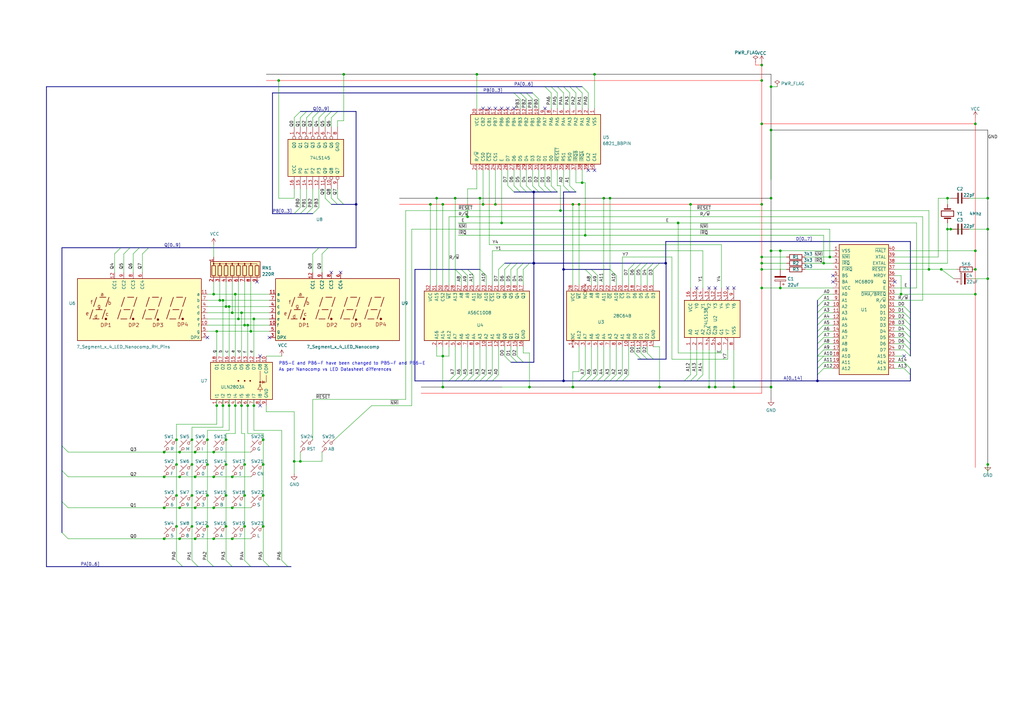
<source format=kicad_sch>
(kicad_sch (version 20211123) (generator eeschema)
  (paper "A3")
  (title_block (title "Nanocomp 6809 (Wireless World July 1981)") (date "2022-06-08") (rev "1.00") (company "Breadboarding Labs"))
  (junction (at 181.61 83.82))
  (junction (at 300.99 158.75))
  (junction (at 91.44 166.37))
  (junction (at 99.06 128.27))
  (junction (at 312.42 107.95))
  (junction (at 229.87 86.36))
  (junction (at 85.09 203.2))
  (junction (at 104.14 166.37))
  (junction (at 381 110.49))
  (junction (at 107.95 215.9))
  (junction (at 88.9 135.89))
  (junction (at 231.14 110.49))
  (junction (at 405.13 81.28))
  (junction (at 218.9165 107.95))
  (junction (at 73.66 208.28))
  (junction (at 92.71 215.9))
  (junction (at 95.25 208.28))
  (junction (at 320.04 102.87))
  (junction (at 400.05 110.49))
  (junction (at 73.66 185.42))
  (junction (at 99.06 166.37))
  (junction (at 140.97 30.48))
  (junction (at 283.21 83.82))
  (junction (at 218.9474 107.95))
  (junction (at 278.13 91.44))
  (junction (at 78.74 215.9))
  (junction (at 72.39 190.5))
  (junction (at 195.58 30.48))
  (junction (at 67.31 220.98))
  (junction (at 107.95 203.2))
  (junction (at 92.71 125.73))
  (junction (at 270.51 158.75))
  (junction (at 316.23 158.75))
  (junction (at 312.42 50.8))
  (junction (at 181.61 158.75))
  (junction (at 316.23 102.87))
  (junction (at 72.39 203.2))
  (junction (at 78.74 190.5))
  (junction (at 78.74 180.34))
  (junction (at 388.62 93.98))
  (junction (at 250.19 81.28))
  (junction (at 400.05 50.8))
  (junction (at 100.33 215.9))
  (junction (at 218.9165 78.74))
  (junction (at 67.31 195.58))
  (junction (at 95.25 128.27))
  (junction (at 73.66 195.58))
  (junction (at 85.09 180.34))
  (junction (at 181.61 146.05))
  (junction (at 316.23 81.28))
  (junction (at 400.05 120.65))
  (junction (at 186.69 81.28))
  (junction (at 386.08 110.49))
  (junction (at 273.05 107.95))
  (junction (at 67.31 208.28))
  (junction (at 92.71 180.34))
  (junction (at 312.42 105.41))
  (junction (at 405.13 93.98))
  (junction (at 80.01 185.42))
  (junction (at 388.62 81.28))
  (junction (at 72.39 215.9))
  (junction (at 93.98 125.73))
  (junction (at 146.05 83.82))
  (junction (at 85.09 190.5))
  (junction (at 400.05 102.87))
  (junction (at 85.09 215.9))
  (junction (at 312.42 26.67))
  (junction (at 102.87 135.89))
  (junction (at 87.63 195.58))
  (junction (at 97.79 130.81))
  (junction (at 369.57 120.65))
  (junction (at 87.63 185.42))
  (junction (at 243.84 30.48))
  (junction (at 100.33 203.2))
  (junction (at 95.25 195.58))
  (junction (at 176.53 83.82))
  (junction (at 72.39 180.34))
  (junction (at 191.77 88.9))
  (junction (at 80.01 220.98))
  (junction (at 93.98 166.37))
  (junction (at 104.14 130.81))
  (junction (at 198.12 83.82))
  (junction (at 340.36 105.41))
  (junction (at 238.76 74.93))
  (junction (at 405.13 190.5))
  (junction (at 78.74 203.2))
  (junction (at 87.63 220.98))
  (junction (at 337.82 107.95))
  (junction (at 196.85 81.28))
  (junction (at 240.03 96.52))
  (junction (at 290.83 158.75))
  (junction (at 101.6 133.35))
  (junction (at 316.23 53.34))
  (junction (at 234.95 158.75))
  (junction (at 405.13 114.3))
  (junction (at 217.17 158.75))
  (junction (at 92.71 190.5))
  (junction (at 316.23 35.56))
  (junction (at 123.19 189.23))
  (junction (at 95.25 220.98))
  (junction (at 389.89 93.98))
  (junction (at 237.49 83.82))
  (junction (at 231.14 156.21))
  (junction (at 203.2 83.82))
  (junction (at 96.52 120.65))
  (junction (at 107.95 190.5))
  (junction (at 96.52 166.37))
  (junction (at 88.9 166.37))
  (junction (at 80.01 195.58))
  (junction (at 87.63 208.28))
  (junction (at 312.42 110.49))
  (junction (at 205.74 91.44))
  (junction (at 100.33 133.35))
  (junction (at 67.31 185.42))
  (junction (at 312.42 33.02))
  (junction (at 120.65 189.23))
  (junction (at 92.71 203.2))
  (junction (at 80.01 208.28))
  (junction (at 320.04 118.11))
  (junction (at 247.65 81.28))
  (junction (at 312.42 118.11))
  (junction (at 100.33 190.5))
  (junction (at 234.95 83.82))
  (junction (at 335.28 156.21))
  (junction (at 101.6 166.37))
  (junction (at 312.42 83.82))
  (junction (at 293.37 158.75))
  (junction (at 87.63 120.65))
  (junction (at 107.95 180.34))
  (junction (at 91.44 123.19))
  (junction (at 179.07 81.28))
  (junction (at 114.3 33.02))
  (junction (at 90.17 123.19))
  (junction (at 73.66 220.98))
  (no_connect (at 105.41 115.57))
  (no_connect (at 139.7 111.76))
  (no_connect (at 341.63 115.57))
  (no_connect (at 341.63 113.03))
  (no_connect (at 290.83 118.11))
  (no_connect (at 285.75 118.11))
  (no_connect (at 300.99 118.11))
  (no_connect (at 298.45 118.11))
  (no_connect (at 293.37 118.11))
  (no_connect (at 198.12 44.45))
  (no_connect (at 200.66 44.45))
  (no_connect (at 203.2 44.45))
  (no_connect (at 208.28 44.45))
  (no_connect (at 205.74 44.45))
  (no_connect (at 210.82 44.45))
  (no_connect (at 223.52 44.45))
  (no_connect (at 243.84 69.85))
  (no_connect (at 241.3 69.85))
  (no_connect (at 370.84 146.05))
  (no_connect (at 106.68 166.37))
  (no_connect (at 110.49 138.43))
  (no_connect (at 135.89 111.76))
  (no_connect (at 367.03 115.57))
  (no_connect (at 106.68 146.05))
  (no_connect (at 85.09 138.43))
  (bus_entry (at 25.4 218.44) (size 2.54 2.54))
  (bus_entry (at 25.4 182.88) (size 2.54 2.54))
  (bus_entry (at 25.4 193.04) (size 2.54 2.54))
  (bus_entry (at 25.4 205.74) (size 2.54 2.54))
  (bus_entry (at 81.28 232.41) (size -2.54 -2.54))
  (bus_entry (at 133.35 81.28) (size 2.54 2.54))
  (bus_entry (at 135.89 81.28) (size 2.54 2.54))
  (bus_entry (at 138.43 81.28) (size 2.54 2.54))
  (bus_entry (at 370.84 135.89) (size 2.54 2.54))
  (bus_entry (at 370.84 128.27) (size 2.54 2.54))
  (bus_entry (at 241.3 38.1) (size -2.54 -2.54))
  (bus_entry (at 238.76 38.1) (size -2.54 -2.54))
  (bus_entry (at 236.22 38.1) (size -2.54 -2.54))
  (bus_entry (at 233.68 38.1) (size -2.54 -2.54))
  (bus_entry (at 231.14 38.1) (size -2.54 -2.54))
  (bus_entry (at 228.6 38.1) (size -2.54 -2.54))
  (bus_entry (at 226.06 38.1) (size -2.54 -2.54))
  (bus_entry (at 335.28 133.35) (size 2.54 -2.54))
  (bus_entry (at 335.28 128.27) (size 2.54 -2.54))
  (bus_entry (at 95.25 232.41) (size -2.54 -2.54))
  (bus_entry (at 283.21 156.21) (size 2.54 -2.54))
  (bus_entry (at 280.67 156.21) (size 2.54 -2.54))
  (bus_entry (at 370.84 130.81) (size 2.54 2.54))
  (bus_entry (at 335.28 140.97) (size 2.54 -2.54))
  (bus_entry (at 194.31 113.03) (size -2.54 -2.54))
  (bus_entry (at 118.11 232.41) (size -2.54 -2.54))
  (bus_entry (at 335.28 151.13) (size 2.54 -2.54))
  (bus_entry (at 370.84 143.51) (size 2.54 2.54))
  (bus_entry (at 128.27 87.63) (size 2.54 -2.54))
  (bus_entry (at 370.84 138.43) (size 2.54 2.54))
  (bus_entry (at 74.93 232.41) (size -2.54 -2.54))
  (bus_entry (at 199.39 113.03) (size -2.54 -2.54))
  (bus_entry (at 191.77 113.03) (size -2.54 -2.54))
  (bus_entry (at 213.36 40.64) (size -2.54 -2.54))
  (bus_entry (at 215.9 40.64) (size -2.54 -2.54))
  (bus_entry (at 218.44 40.64) (size -2.54 -2.54))
  (bus_entry (at 220.98 40.64) (size -2.54 -2.54))
  (bus_entry (at 335.28 146.05) (size 2.54 -2.54))
  (bus_entry (at 189.23 113.03) (size -2.54 -2.54))
  (bus_entry (at 46.99 104.14) (size 2.54 -2.54))
  (bus_entry (at 58.42 104.14) (size 2.54 -2.54))
  (bus_entry (at 50.8 104.14) (size 2.54 -2.54))
  (bus_entry (at 54.61 104.14) (size 2.54 -2.54))
  (bus_entry (at 128.27 104.14) (size 2.54 -2.54))
  (bus_entry (at 132.08 104.14) (size 2.54 -2.54))
  (bus_entry (at 335.28 138.43) (size 2.54 -2.54))
  (bus_entry (at 370.84 148.59) (size 2.54 2.54))
  (bus_entry (at 370.84 151.13) (size 2.54 2.54))
  (bus_entry (at 87.63 232.41) (size -2.54 -2.54))
  (bus_entry (at 370.84 133.35) (size 2.54 2.54))
  (bus_entry (at 257.81 153.67) (size -2.54 2.54))
  (bus_entry (at 125.73 87.63) (size 2.54 -2.54))
  (bus_entry (at 335.28 135.89) (size 2.54 -2.54))
  (bus_entry (at 120.65 48.26) (size 2.54 -2.54))
  (bus_entry (at 123.19 48.26) (size 2.54 -2.54))
  (bus_entry (at 135.89 48.26) (size 2.54 -2.54))
  (bus_entry (at 133.35 48.26) (size 2.54 -2.54))
  (bus_entry (at 125.73 48.26) (size 2.54 -2.54))
  (bus_entry (at 128.27 48.26) (size 2.54 -2.54))
  (bus_entry (at 130.81 48.26) (size 2.54 -2.54))
  (bus_entry (at 242.57 110.49) (size 2.54 2.54))
  (bus_entry (at 250.19 110.49) (size 2.54 2.54))
  (bus_entry (at 240.03 110.49) (size 2.54 2.54))
  (bus_entry (at 120.65 87.63) (size 2.54 -2.54))
  (bus_entry (at 204.47 110.49) (size 2.54 -2.54))
  (bus_entry (at 207.01 110.49) (size 2.54 -2.54))
  (bus_entry (at 214.63 110.49) (size 2.54 -2.54))
  (bus_entry (at 209.55 110.49) (size 2.54 -2.54))
  (bus_entry (at 212.09 110.49) (size 2.54 -2.54))
  (bus_entry (at 194.31 153.67) (size -2.54 2.54))
  (bus_entry (at 191.77 153.67) (size -2.54 2.54))
  (bus_entry (at 189.23 153.67) (size -2.54 2.54))
  (bus_entry (at 186.69 153.67) (size -2.54 2.54))
  (bus_entry (at 199.39 153.67) (size -2.54 2.54))
  (bus_entry (at 196.85 153.67) (size -2.54 2.54))
  (bus_entry (at 201.93 153.67) (size -2.54 2.54))
  (bus_entry (at 214.63 148.59) (size -2.54 -2.54))
  (bus_entry (at 209.55 148.59) (size -2.54 -2.54))
  (bus_entry (at 212.09 148.59) (size -2.54 -2.54))
  (bus_entry (at 335.28 130.81) (size 2.54 -2.54))
  (bus_entry (at 262.89 110.49) (size 2.54 -2.54))
  (bus_entry (at 257.81 110.49) (size 2.54 -2.54))
  (bus_entry (at 260.35 110.49) (size 2.54 -2.54))
  (bus_entry (at 265.43 110.49) (size 2.54 -2.54))
  (bus_entry (at 267.97 110.49) (size 2.54 -2.54))
  (bus_entry (at 370.84 125.73) (size 2.54 2.54))
  (bus_entry (at 102.87 232.41) (size -2.54 -2.54))
  (bus_entry (at 123.19 87.63) (size 2.54 -2.54))
  (bus_entry (at 110.49 232.41) (size -2.54 -2.54))
  (bus_entry (at 335.28 153.67) (size 2.54 -2.54))
  (bus_entry (at 370.84 140.97) (size 2.54 2.54))
  (bus_entry (at 335.28 123.19) (size 2.54 -2.54))
  (bus_entry (at 335.28 125.73) (size 2.54 -2.54))
  (bus_entry (at 204.47 153.67) (size -2.54 2.54))
  (bus_entry (at 285.75 156.21) (size 2.54 -2.54))
  (bus_entry (at 245.11 156.21) (size 2.54 -2.54))
  (bus_entry (at 242.57 156.21) (size 2.54 -2.54))
  (bus_entry (at 240.03 156.21) (size 2.54 -2.54))
  (bus_entry (at 247.65 156.21) (size 2.54 -2.54))
  (bus_entry (at 265.43 147.32) (size -2.54 -2.54))
  (bus_entry (at 252.73 156.21) (size 2.54 -2.54))
  (bus_entry (at 250.19 156.21) (size 2.54 -2.54))
  (bus_entry (at 262.89 147.32) (size -2.54 -2.54))
  (bus_entry (at 237.49 156.21) (size 2.54 -2.54))
  (bus_entry (at 267.97 147.32) (size -2.54 -2.54))
  (bus_entry (at 233.68 76.2) (size 2.54 2.54))
  (bus_entry (at 231.14 76.2) (size 2.54 2.54))
  (bus_entry (at 335.28 148.59) (size 2.54 -2.54))
  (bus_entry (at 335.28 143.51) (size 2.54 -2.54))
  (bus_entry (at 226.06 76.2) (size 2.54 2.54))
  (bus_entry (at 220.98 76.2) (size 2.54 2.54))
  (bus_entry (at 223.52 76.2) (size 2.54 2.54))
  (bus_entry (at 218.44 76.2) (size 2.54 2.54))
  (bus_entry (at 215.9 76.2) (size 2.54 2.54))
  (bus_entry (at 213.36 76.2) (size 2.54 2.54))
  (bus_entry (at 210.82 76.2) (size 2.54 2.54))
  (bus_entry (at 208.28 76.2) (size 2.54 2.54))
  (bus (pts (xy 262.89 107.95) (xy 265.43 107.95)))
  (wire (pts (xy 300.99 143.51) (xy 300.99 158.75)))
  (wire (pts (xy 181.61 142.24) (xy 181.61 146.05)))
  (wire (pts (xy 140.97 30.48) (xy 195.58 30.48)) (stroke (width 0) (color 0 0 0 1)))
  (wire (pts (xy 186.69 110.49) (xy 186.69 81.28)))
  (wire (pts (xy 99.06 163.83) (xy 99.06 166.37)))
  (wire (pts (xy 400.05 110.49) (xy 400.05 120.65)) (stroke (width 0) (color 255 0 0 1)))
  (wire (pts (xy 270.51 142.24) (xy 270.51 158.75)))
  (wire (pts (xy 123.19 52.07) (xy 123.19 48.26)))
  (bus (pts (xy 242.57 110.49) (xy 250.19 110.49)))
  (bus (pts (xy 335.28 153.67) (xy 335.28 156.21)))
  (wire (pts (xy 316.23 158.75) (xy 316.23 163.83)) (stroke (width 0) (color 0 0 0 1)))
  (bus (pts (xy 120.65 87.63) (xy 123.19 87.63)))
  (wire (pts (xy 135.89 81.28) (xy 135.89 77.47)))
  (bus (pts (xy 335.28 143.51) (xy 335.28 146.05)))
  (bus (pts (xy 135.89 83.82) (xy 138.43 83.82)))
  (wire (pts (xy 288.29 102.87) (xy 288.29 118.11)))
  (bus (pts (xy 218.44 38.1) (xy 215.9 38.1)))
  (wire (pts (xy 179.07 146.05) (xy 181.61 146.05)))
  (wire (pts (xy 181.61 158.75) (xy 205.74 158.75)) (stroke (width 0) (color 0 0 0 1)))
  (wire (pts (xy 312.42 33.02) (xy 312.42 50.8)) (stroke (width 0) (color 255 0 0 1)))
  (wire (pts (xy 168.91 166.37) (xy 152.4 166.37)))
  (wire (pts (xy 54.61 104.14) (xy 54.61 111.76)))
  (wire (pts (xy 255.27 142.24) (xy 255.27 153.67)))
  (bus (pts (xy 245.11 156.21) (xy 247.65 156.21)))
  (wire (pts (xy 229.87 76.2) (xy 229.87 86.36)))
  (wire (pts (xy 290.83 143.51) (xy 290.83 158.75)))
  (bus (pts (xy 373.38 153.67) (xy 373.38 156.21)))
  (wire (pts (xy 132.08 185.42) (xy 132.08 189.23)))
  (wire (pts (xy 152.4 166.37) (xy 137.16 180.34)))
  (wire (pts (xy 102.87 115.57) (xy 102.87 135.89)))
  (wire (pts (xy 293.37 158.75) (xy 300.99 158.75)) (stroke (width 0) (color 0 0 0 1)))
  (wire (pts (xy 100.33 177.8) (xy 100.33 190.5)))
  (wire (pts (xy 92.71 203.2) (xy 92.71 215.9)))
  (wire (pts (xy 72.39 173.99) (xy 88.9 173.99)))
  (wire (pts (xy 367.03 105.41) (xy 384.81 105.41)))
  (bus (pts (xy 335.28 138.43) (xy 335.28 140.97)))
  (wire (pts (xy 138.43 81.28) (xy 138.43 77.47)))
  (wire (pts (xy 341.63 125.73) (xy 337.82 125.73)))
  (wire (pts (xy 96.52 163.83) (xy 96.52 166.37)))
  (wire (pts (xy 163.83 81.28) (xy 179.07 81.28)) (stroke (width 0) (color 0 0 0 1)))
  (wire (pts (xy 240.03 96.52) (xy 337.82 96.52)))
  (wire (pts (xy 295.91 143.51) (xy 295.91 144.78)))
  (wire (pts (xy 88.9 146.05) (xy 88.9 135.89)))
  (wire (pts (xy 226.06 38.1) (xy 226.06 44.45)))
  (bus (pts (xy 273.1901 107.95) (xy 273.1901 147.32)))
  (bus (pts (xy 212.09 107.95) (xy 214.63 107.95)))
  (wire (pts (xy 229.87 76.2) (xy 228.6 76.2)))
  (wire (pts (xy 96.52 166.37) (xy 96.52 177.8)))
  (wire (pts (xy 236.22 38.1) (xy 236.22 44.45)))
  (wire (pts (xy 341.63 130.81) (xy 337.82 130.81)))
  (wire (pts (xy 233.68 69.85) (xy 233.68 76.2)))
  (bus (pts (xy 111.76 38.1) (xy 111.76 87.63)))
  (wire (pts (xy 128.27 77.47) (xy 128.27 85.09)))
  (wire (pts (xy 172.72 161.29) (xy 312.42 161.29)) (stroke (width 0) (color 255 0 0 1)))
  (wire (pts (xy 46.99 104.14) (xy 46.99 111.76)))
  (bus (pts (xy 236.22 35.56) (xy 233.68 35.56)))
  (wire (pts (xy 92.71 190.5) (xy 92.71 203.2)))
  (wire (pts (xy 316.23 53.34) (xy 316.23 81.28)) (stroke (width 0) (color 0 0 0 1)))
  (wire (pts (xy 120.65 52.07) (xy 120.65 48.26)))
  (wire (pts (xy 341.63 143.51) (xy 337.82 143.51)))
  (wire (pts (xy 93.98 146.05) (xy 93.98 125.73)))
  (wire (pts (xy 198.12 69.85) (xy 198.12 83.82)))
  (wire (pts (xy 100.33 190.5) (xy 100.33 203.2)))
  (bus (pts (xy 194.31 156.21) (xy 196.85 156.21)))
  (wire (pts (xy 245.11 113.03) (xy 245.11 116.84)))
  (wire (pts (xy 215.9 69.85) (xy 215.9 76.2)))
  (bus (pts (xy 189.23 110.49) (xy 186.69 110.49)))
  (wire (pts (xy 367.03 107.95) (xy 388.62 107.95)))
  (bus (pts (xy 25.4 193.04) (xy 25.4 205.74)))
  (wire (pts (xy 80.01 208.28) (xy 87.63 208.28)))
  (wire (pts (xy 92.71 215.9) (xy 92.71 229.87)))
  (wire (pts (xy 114.3 33.02) (xy 312.42 33.02)) (stroke (width 0) (color 255 0 0 1)))
  (wire (pts (xy 238.76 74.93) (xy 238.76 69.85)))
  (wire (pts (xy 270.51 142.24) (xy 267.97 142.24)))
  (wire (pts (xy 228.6 76.2) (xy 228.6 69.85)))
  (wire (pts (xy 341.63 148.59) (xy 337.82 148.59)))
  (wire (pts (xy 257.81 110.49) (xy 257.81 116.84)))
  (wire (pts (xy 203.2 69.85) (xy 203.2 83.82)))
  (bus (pts (xy 231.14 35.56) (xy 228.6 35.56)))
  (wire (pts (xy 27.94 185.42) (xy 67.31 185.42)))
  (bus (pts (xy 373.38 135.89) (xy 373.38 138.43)))
  (wire (pts (xy 283.21 143.51) (xy 283.21 153.67)))
  (bus (pts (xy 218.44 78.74) (xy 218.9165 78.74)))
  (wire (pts (xy 100.33 133.35) (xy 101.6 133.35)))
  (bus (pts (xy 207.01 107.95) (xy 209.55 107.95)))
  (wire (pts (xy 199.39 142.24) (xy 199.39 153.67)))
  (bus (pts (xy 261.62 147.32) (xy 262.89 147.32)))
  (bus (pts (xy 217.17 107.95) (xy 218.9165 107.95)))
  (bus (pts (xy 335.28 123.19) (xy 335.28 125.73)))
  (wire (pts (xy 132.08 189.23) (xy 123.19 189.23)))
  (bus (pts (xy 255.27 156.21) (xy 280.67 156.21)))
  (wire (pts (xy 133.35 52.07) (xy 133.35 48.26)))
  (wire (pts (xy 341.63 151.13) (xy 337.82 151.13)))
  (wire (pts (xy 204.47 142.24) (xy 204.47 153.67)))
  (wire (pts (xy 95.25 115.57) (xy 95.25 128.27)))
  (bus (pts (xy 218.9474 107.95) (xy 218.9474 148.59)))
  (bus (pts (xy 373.38 128.27) (xy 373.38 99.06)))
  (wire (pts (xy 78.74 229.87) (xy 78.74 215.9)))
  (wire (pts (xy 330.2 105.41) (xy 340.36 105.41)))
  (wire (pts (xy 91.44 146.05) (xy 91.44 123.19)))
  (wire (pts (xy 104.14 130.81) (xy 110.49 130.81)))
  (wire (pts (xy 388.62 107.95) (xy 388.62 93.98)))
  (wire (pts (xy 367.03 138.43) (xy 370.84 138.43)))
  (bus (pts (xy 49.53 101.6) (xy 53.34 101.6)))
  (bus (pts (xy 260.35 107.95) (xy 262.89 107.95)))
  (bus (pts (xy 170.18 156.21) (xy 184.15 156.21)))
  (wire (pts (xy 400.05 50.8) (xy 400.05 102.87)) (stroke (width 0) (color 255 0 0 1)))
  (wire (pts (xy 312.42 50.8) (xy 400.05 50.8)) (stroke (width 0) (color 255 0 0 1)))
  (wire (pts (xy 85.09 190.5) (xy 85.09 203.2)))
  (wire (pts (xy 312.42 110.49) (xy 312.42 118.11)) (stroke (width 0) (color 255 0 0 1)))
  (wire (pts (xy 341.63 135.89) (xy 337.82 135.89)))
  (wire (pts (xy 316.23 30.48) (xy 316.23 35.56)) (stroke (width 0) (color 0 0 0 1)))
  (wire (pts (xy 229.87 86.36) (xy 381 86.36)))
  (wire (pts (xy 341.63 110.49) (xy 330.2 110.49)))
  (bus (pts (xy 213.36 38.1) (xy 210.82 38.1)))
  (wire (pts (xy 72.39 190.5) (xy 72.39 180.34)))
  (wire (pts (xy 184.15 88.9) (xy 184.15 116.84)))
  (wire (pts (xy 179.07 81.28) (xy 179.07 116.84)))
  (wire (pts (xy 80.01 220.98) (xy 87.63 220.98)))
  (wire (pts (xy 275.59 147.32) (xy 298.45 147.32)))
  (wire (pts (xy 367.03 143.51) (xy 370.84 143.51)))
  (wire (pts (xy 78.74 215.9) (xy 78.74 203.2)))
  (wire (pts (xy 288.29 143.51) (xy 288.29 153.67)))
  (wire (pts (xy 97.79 130.81) (xy 104.14 130.81)))
  (wire (pts (xy 184.15 146.05) (xy 181.61 146.05)))
  (wire (pts (xy 120.65 81.28) (xy 114.3 81.28)))
  (wire (pts (xy 205.74 91.44) (xy 205.74 69.85)))
  (wire (pts (xy 85.09 133.35) (xy 100.33 133.35)))
  (wire (pts (xy 367.03 130.81) (xy 370.84 130.81)))
  (bus (pts (xy 209.55 148.59) (xy 212.09 148.59)))
  (bus (pts (xy 146.05 45.72) (xy 146.05 83.82)))
  (bus (pts (xy 135.89 45.72) (xy 138.43 45.72)))
  (wire (pts (xy 316.23 53.34) (xy 316.23 73.66)))
  (bus (pts (xy 283.21 156.21) (xy 285.75 156.21)))
  (bus (pts (xy 81.28 232.41) (xy 87.63 232.41)))
  (wire (pts (xy 209.55 110.49) (xy 209.55 116.84)))
  (bus (pts (xy 335.28 151.13) (xy 335.28 153.67)))
  (wire (pts (xy 179.07 142.24) (xy 179.07 146.05)))
  (bus (pts (xy 373.38 151.13) (xy 373.38 153.67)))
  (bus (pts (xy 335.28 125.73) (xy 335.28 128.27)))
  (wire (pts (xy 133.35 81.28) (xy 133.35 77.47)))
  (bus (pts (xy 240.03 156.21) (xy 242.57 156.21)))
  (wire (pts (xy 262.89 142.24) (xy 262.89 144.78)))
  (wire (pts (xy 398.78 114.3) (xy 405.13 114.3)))
  (bus (pts (xy 214.63 107.95) (xy 217.17 107.95)))
  (wire (pts (xy 278.13 144.78) (xy 278.13 91.44)))
  (bus (pts (xy 201.93 156.21) (xy 231.14 156.21)))
  (wire (pts (xy 316.23 53.34) (xy 405.13 53.34)) (stroke (width 0) (color 0 0 0 1)))
  (wire (pts (xy 91.44 123.19) (xy 110.49 123.19)))
  (wire (pts (xy 405.13 93.98) (xy 405.13 114.3)) (stroke (width 0) (color 0 0 0 1)))
  (wire (pts (xy 205.74 158.75) (xy 217.17 158.75)))
  (wire (pts (xy 265.43 142.24) (xy 265.43 144.78)))
  (wire (pts (xy 204.47 110.49) (xy 204.47 116.84)))
  (bus (pts (xy 196.85 110.49) (xy 191.77 110.49)))
  (wire (pts (xy 96.52 146.05) (xy 96.52 120.65)))
  (wire (pts (xy 120.65 81.28) (xy 120.65 77.47)))
  (wire (pts (xy 125.73 52.07) (xy 125.73 48.26)))
  (wire (pts (xy 201.93 102.87) (xy 288.29 102.87)))
  (wire (pts (xy 237.49 83.82) (xy 237.49 116.84)))
  (wire (pts (xy 212.09 110.49) (xy 212.09 116.84)))
  (wire (pts (xy 367.03 120.65) (xy 369.57 120.65)))
  (bus (pts (xy 231.14 110.49) (xy 240.03 110.49)))
  (bus (pts (xy 128.27 45.72) (xy 130.81 45.72)))
  (wire (pts (xy 203.2 83.82) (xy 234.95 83.82)) (stroke (width 0) (color 255 0 0 1)))
  (bus (pts (xy 133.35 45.72) (xy 135.89 45.72)))
  (wire (pts (xy 200.66 100.33) (xy 295.91 100.33)))
  (wire (pts (xy 130.81 77.47) (xy 130.81 85.09)))
  (wire (pts (xy 226.06 69.85) (xy 226.06 76.2)))
  (wire (pts (xy 275.59 105.41) (xy 255.27 105.41)))
  (wire (pts (xy 181.61 83.82) (xy 181.61 116.84)))
  (wire (pts (xy 316.23 81.28) (xy 316.23 102.87)) (stroke (width 0) (color 0 0 0 1)))
  (wire (pts (xy 316.23 102.87) (xy 316.23 158.75)) (stroke (width 0) (color 0 0 0 1)))
  (wire (pts (xy 78.74 180.34) (xy 78.74 175.26)))
  (wire (pts (xy 80.01 185.42) (xy 87.63 185.42)))
  (bus (pts (xy 189.23 156.21) (xy 191.77 156.21)))
  (bus (pts (xy 138.43 83.82) (xy 140.97 83.82)))
  (bus (pts (xy 233.68 78.74) (xy 236.22 78.74)))
  (wire (pts (xy 67.31 220.98) (xy 73.66 220.98)))
  (wire (pts (xy 99.06 166.37) (xy 99.06 177.8)))
  (wire (pts (xy 201.93 142.24) (xy 201.93 153.67)))
  (bus (pts (xy 220.98 78.74) (xy 223.52 78.74)))
  (wire (pts (xy 384.81 81.28) (xy 388.62 81.28)))
  (wire (pts (xy 100.33 215.9) (xy 100.33 229.87)))
  (wire (pts (xy 109.22 30.48) (xy 140.97 30.48)) (stroke (width 0) (color 0 0 0 1)))
  (wire (pts (xy 120.65 189.23) (xy 120.65 194.31)))
  (bus (pts (xy 247.65 156.21) (xy 250.19 156.21)))
  (wire (pts (xy 95.25 220.98) (xy 102.87 220.98)))
  (wire (pts (xy 104.14 130.81) (xy 104.14 146.05)))
  (wire (pts (xy 123.19 185.42) (xy 123.19 189.23)))
  (wire (pts (xy 389.89 93.98) (xy 394.97 93.98)))
  (bus (pts (xy 231.14 110.49) (xy 231.14 78.74)))
  (wire (pts (xy 163.83 83.82) (xy 176.53 83.82)) (stroke (width 0) (color 255 0 0 1)))
  (wire (pts (xy 340.36 93.98) (xy 340.36 105.41)))
  (wire (pts (xy 95.25 195.58) (xy 102.87 195.58)))
  (wire (pts (xy 96.52 120.65) (xy 110.49 120.65)))
  (wire (pts (xy 298.45 143.51) (xy 298.45 147.32)))
  (wire (pts (xy 100.33 203.2) (xy 100.33 215.9)))
  (wire (pts (xy 91.44 166.37) (xy 91.44 175.26)))
  (wire (pts (xy 214.63 142.24) (xy 214.63 144.78)))
  (wire (pts (xy 283.21 83.82) (xy 312.42 83.82)) (stroke (width 0) (color 255 0 0 1)))
  (bus (pts (xy 252.73 156.21) (xy 255.27 156.21)))
  (wire (pts (xy 85.09 180.34) (xy 85.09 176.53)))
  (wire (pts (xy 179.07 81.28) (xy 186.69 81.28)) (stroke (width 0) (color 0 0 0 1)))
  (bus (pts (xy 25.4 182.88) (xy 25.4 193.04)))
  (wire (pts (xy 168.91 93.98) (xy 168.91 166.37)))
  (wire (pts (xy 335.28 146.05) (xy 337.82 146.05)))
  (wire (pts (xy 217.17 158.75) (xy 234.95 158.75)) (stroke (width 0) (color 0 0 0 1)))
  (wire (pts (xy 260.35 110.49) (xy 260.35 116.84)))
  (wire (pts (xy 92.71 177.8) (xy 92.71 180.34)))
  (wire (pts (xy 85.09 125.73) (xy 92.71 125.73)))
  (bus (pts (xy 373.38 99.06) (xy 273.05 99.06)))
  (wire (pts (xy 367.03 140.97) (xy 370.84 140.97)))
  (bus (pts (xy 102.87 232.41) (xy 110.49 232.41)))
  (bus (pts (xy 250.19 156.21) (xy 252.73 156.21)))
  (wire (pts (xy 231.14 69.85) (xy 231.14 76.2)))
  (wire (pts (xy 125.73 77.47) (xy 125.73 85.09)))
  (wire (pts (xy 220.98 69.85) (xy 220.98 76.2)))
  (wire (pts (xy 107.95 180.34) (xy 107.95 177.8)))
  (bus (pts (xy 265.43 107.95) (xy 267.97 107.95)))
  (wire (pts (xy 195.58 77.47) (xy 191.77 77.47)))
  (wire (pts (xy 316.23 35.56) (xy 316.23 53.34)) (stroke (width 0) (color 0 0 0 1)))
  (bus (pts (xy 335.28 148.59) (xy 335.28 151.13)))
  (wire (pts (xy 270.51 158.75) (xy 290.83 158.75)) (stroke (width 0) (color 0 0 0 1)))
  (wire (pts (xy 312.42 118.11) (xy 312.42 161.29)) (stroke (width 0) (color 255 0 0 1)))
  (wire (pts (xy 50.8 104.14) (xy 50.8 111.76)))
  (wire (pts (xy 195.58 30.48) (xy 243.84 30.48)) (stroke (width 0) (color 0 0 0 1)))
  (wire (pts (xy 337.82 107.95) (xy 341.63 107.95)))
  (bus (pts (xy 184.15 156.21) (xy 186.69 156.21)))
  (bus (pts (xy 238.76 35.56) (xy 236.22 35.56)))
  (wire (pts (xy 240.03 74.93) (xy 238.76 74.93)))
  (wire (pts (xy 392.43 110.49) (xy 386.08 110.49)))
  (wire (pts (xy 367.03 125.73) (xy 370.84 125.73)))
  (wire (pts (xy 95.25 208.28) (xy 102.87 208.28)))
  (wire (pts (xy 107.95 229.87) (xy 107.95 215.9)))
  (wire (pts (xy 337.82 146.05) (xy 341.63 146.05)))
  (wire (pts (xy 91.44 163.83) (xy 91.44 166.37)))
  (bus (pts (xy 95.25 232.41) (xy 102.87 232.41)))
  (wire (pts (xy 123.19 77.47) (xy 123.19 85.09)))
  (wire (pts (xy 318.77 35.56) (xy 316.23 35.56)))
  (wire (pts (xy 295.91 118.11) (xy 295.91 100.33)))
  (wire (pts (xy 191.77 142.24) (xy 191.77 153.67)))
  (bus (pts (xy 228.6 35.56) (xy 226.06 35.56)))
  (wire (pts (xy 275.59 147.32) (xy 275.59 105.41)))
  (wire (pts (xy 78.74 175.26) (xy 91.44 175.26)))
  (wire (pts (xy 72.39 215.9) (xy 72.39 229.87)))
  (wire (pts (xy 72.39 215.9) (xy 72.39 203.2)))
  (bus (pts (xy 237.49 156.21) (xy 240.03 156.21)))
  (wire (pts (xy 252.73 142.24) (xy 252.73 153.67)))
  (wire (pts (xy 231.14 38.1) (xy 231.14 44.45)))
  (wire (pts (xy 166.37 86.36) (xy 229.87 86.36)))
  (bus (pts (xy 146.05 83.82) (xy 146.05 101.6)))
  (wire (pts (xy 101.6 133.35) (xy 110.49 133.35)))
  (wire (pts (xy 195.58 44.45) (xy 195.58 30.48)))
  (wire (pts (xy 208.28 69.85) (xy 208.28 76.2)))
  (wire (pts (xy 267.97 110.49) (xy 267.97 116.84)))
  (wire (pts (xy 309.88 26.67) (xy 312.42 26.67)) (stroke (width 0) (color 255 0 0 1)))
  (wire (pts (xy 109.22 166.37) (xy 109.22 168.91)))
  (bus (pts (xy 134.62 101.6) (xy 146.05 101.6)))
  (wire (pts (xy 107.95 190.5) (xy 107.95 180.34)))
  (wire (pts (xy 176.53 83.82) (xy 181.61 83.82)) (stroke (width 0) (color 255 0 0 1)))
  (wire (pts (xy 107.95 215.9) (xy 107.95 203.2)))
  (wire (pts (xy 367.03 118.11) (xy 375.92 118.11)))
  (bus (pts (xy 186.69 156.21) (xy 189.23 156.21)))
  (wire (pts (xy 92.71 125.73) (xy 93.98 125.73)))
  (wire (pts (xy 247.65 81.28) (xy 250.19 81.28)) (stroke (width 0) (color 0 0 0 1)))
  (wire (pts (xy 337.82 107.95) (xy 337.82 96.52)))
  (wire (pts (xy 237.49 142.24) (xy 237.49 152.4)))
  (wire (pts (xy 388.62 93.98) (xy 389.89 93.98)))
  (bus (pts (xy 373.38 140.97) (xy 373.38 143.51)))
  (wire (pts (xy 92.71 180.34) (xy 92.71 190.5)))
  (wire (pts (xy 405.13 81.28) (xy 405.13 93.98)) (stroke (width 0) (color 0 0 0 1)))
  (bus (pts (xy 226.06 78.74) (xy 228.6 78.74)))
  (wire (pts (xy 128.27 52.07) (xy 128.27 48.26)))
  (wire (pts (xy 312.42 118.11) (xy 320.04 118.11)))
  (wire (pts (xy 367.03 113.03) (xy 369.57 113.03)))
  (wire (pts (xy 120.65 168.91) (xy 120.65 189.23)))
  (wire (pts (xy 312.42 50.8) (xy 312.42 83.82)) (stroke (width 0) (color 255 0 0 1)))
  (wire (pts (xy 87.63 220.98) (xy 95.25 220.98)))
  (bus (pts (xy 335.28 128.27) (xy 335.28 130.81)))
  (wire (pts (xy 205.74 91.44) (xy 278.13 91.44)))
  (wire (pts (xy 213.36 69.85) (xy 213.36 76.2)))
  (wire (pts (xy 300.99 158.75) (xy 316.23 158.75)) (stroke (width 0) (color 0 0 0 1)))
  (wire (pts (xy 341.63 138.43) (xy 337.82 138.43)))
  (wire (pts (xy 341.63 118.11) (xy 320.04 118.11)))
  (wire (pts (xy 191.77 113.03) (xy 191.77 116.84)))
  (wire (pts (xy 405.13 114.3) (xy 405.13 190.5)) (stroke (width 0) (color 0 0 0 1)))
  (wire (pts (xy 330.2 107.95) (xy 337.82 107.95)))
  (wire (pts (xy 234.95 152.4) (xy 234.95 158.75)))
  (wire (pts (xy 341.63 133.35) (xy 337.82 133.35)))
  (bus (pts (xy 223.52 78.74) (xy 226.06 78.74)))
  (wire (pts (xy 207.01 142.24) (xy 207.01 146.05)))
  (bus (pts (xy 125.73 45.72) (xy 128.27 45.72)))
  (wire (pts (xy 128.27 163.83) (xy 128.27 180.34)))
  (wire (pts (xy 27.94 208.28) (xy 67.31 208.28)))
  (wire (pts (xy 367.03 135.89) (xy 370.84 135.89)))
  (wire (pts (xy 312.42 110.49) (xy 322.58 110.49)))
  (wire (pts (xy 92.71 115.57) (xy 92.71 125.73)))
  (bus (pts (xy 373.38 130.81) (xy 373.38 133.35)))
  (wire (pts (xy 191.77 88.9) (xy 378.46 88.9)))
  (wire (pts (xy 194.31 113.03) (xy 194.31 116.84)))
  (bus (pts (xy 242.57 156.21) (xy 245.11 156.21)))
  (wire (pts (xy 223.52 69.85) (xy 223.52 76.2)))
  (wire (pts (xy 199.39 113.03) (xy 199.39 116.84)))
  (wire (pts (xy 138.43 49.53) (xy 140.97 49.53)))
  (bus (pts (xy 110.49 232.41) (xy 118.11 232.41)))
  (wire (pts (xy 293.37 143.51) (xy 293.37 158.75)))
  (wire (pts (xy 99.06 146.05) (xy 99.06 128.27)))
  (bus (pts (xy 265.43 147.32) (xy 267.97 147.32)))
  (wire (pts (xy 87.63 195.58) (xy 95.25 195.58)))
  (wire (pts (xy 384.81 81.28) (xy 384.81 105.41)))
  (wire (pts (xy 242.57 113.03) (xy 242.57 116.84)))
  (wire (pts (xy 93.98 163.83) (xy 93.98 166.37)))
  (bus (pts (xy 262.89 147.32) (xy 265.43 147.32)))
  (bus (pts (xy 125.73 87.63) (xy 128.27 87.63)))
  (wire (pts (xy 184.15 142.24) (xy 184.15 146.05)))
  (bus (pts (xy 335.28 156.21) (xy 373.38 156.21)))
  (bus (pts (xy 218.9165 107.95) (xy 218.9474 107.95)))
  (wire (pts (xy 115.57 176.53) (xy 115.57 229.87)))
  (wire (pts (xy 241.3 38.1) (xy 241.3 44.45)))
  (wire (pts (xy 186.69 81.28) (xy 196.85 81.28)) (stroke (width 0) (color 0 0 0 1)))
  (wire (pts (xy 189.23 113.03) (xy 189.23 116.84)))
  (wire (pts (xy 187.96 96.52) (xy 240.03 96.52)))
  (wire (pts (xy 72.39 173.99) (xy 72.39 180.34)))
  (wire (pts (xy 250.19 81.28) (xy 316.23 81.28)) (stroke (width 0) (color 0 0 0 1)))
  (wire (pts (xy 207.01 110.49) (xy 207.01 116.84)))
  (wire (pts (xy 73.66 208.28) (xy 80.01 208.28)))
  (wire (pts (xy 214.63 144.78) (xy 217.17 144.78)))
  (wire (pts (xy 405.13 53.34) (xy 405.13 81.28)) (stroke (width 0) (color 0 0 0 1)))
  (wire (pts (xy 316.23 102.87) (xy 320.04 102.87)))
  (wire (pts (xy 236.22 69.85) (xy 236.22 74.93)))
  (wire (pts (xy 341.63 128.27) (xy 337.82 128.27)))
  (bus (pts (xy 218.9165 78.74) (xy 220.98 78.74)))
  (wire (pts (xy 367.03 148.59) (xy 370.84 148.59)))
  (wire (pts (xy 386.08 110.49) (xy 391.16 114.3)))
  (wire (pts (xy 215.9 44.45) (xy 215.9 40.64)))
  (bus (pts (xy 74.93 232.41) (xy 81.28 232.41)))
  (wire (pts (xy 367.03 151.13) (xy 370.84 151.13)))
  (wire (pts (xy 109.22 168.91) (xy 120.65 168.91)))
  (wire (pts (xy 212.09 142.24) (xy 212.09 146.05)))
  (bus (pts (xy 218.9474 107.95) (xy 260.35 107.95)))
  (bus (pts (xy 130.81 101.6) (xy 134.62 101.6)))
  (wire (pts (xy 388.62 83.82) (xy 388.62 81.28)))
  (bus (pts (xy 111.76 87.63) (xy 120.65 87.63)))
  (wire (pts (xy 400.05 48.26) (xy 400.05 50.8)) (stroke (width 0) (color 255 0 0 1)))
  (wire (pts (xy 236.22 74.93) (xy 238.76 74.93)))
  (wire (pts (xy 198.12 83.82) (xy 203.2 83.82)) (stroke (width 0) (color 255 0 0 1)))
  (wire (pts (xy 73.66 195.58) (xy 80.01 195.58)))
  (wire (pts (xy 95.25 128.27) (xy 99.06 128.27)))
  (wire (pts (xy 397.51 93.98) (xy 405.13 93.98)))
  (wire (pts (xy 100.33 177.8) (xy 99.06 177.8)))
  (wire (pts (xy 237.49 152.4) (xy 234.95 152.4)))
  (wire (pts (xy 101.6 166.37) (xy 101.6 177.8)))
  (wire (pts (xy 85.09 176.53) (xy 93.98 176.53)))
  (wire (pts (xy 257.81 142.24) (xy 257.81 153.67)))
  (bus (pts (xy 118.11 232.41) (xy 119.38 232.41)))
  (wire (pts (xy 191.77 77.47) (xy 191.77 88.9)))
  (wire (pts (xy 123.19 189.23) (xy 120.65 189.23)))
  (bus (pts (xy 199.39 156.21) (xy 201.93 156.21)))
  (bus (pts (xy 53.34 101.6) (xy 57.15 101.6)))
  (wire (pts (xy 381 110.49) (xy 381 86.36)))
  (wire (pts (xy 99.06 128.27) (xy 110.49 128.27)))
  (bus (pts (xy 210.82 38.1) (xy 111.76 38.1)))
  (wire (pts (xy 93.98 125.73) (xy 110.49 125.73)))
  (bus (pts (xy 138.43 45.72) (xy 146.05 45.72)))
  (bus (pts (xy 25.4 205.74) (xy 25.4 218.44)))
  (wire (pts (xy 309.88 26.67) (xy 309.88 25.4)) (stroke (width 0) (color 255 0 0 1)))
  (wire (pts (xy 189.23 142.24) (xy 189.23 153.67)))
  (wire (pts (xy 242.57 142.24) (xy 242.57 153.67)))
  (wire (pts (xy 85.09 203.2) (xy 85.09 215.9)))
  (wire (pts (xy 290.83 158.75) (xy 293.37 158.75)) (stroke (width 0) (color 0 0 0 1)))
  (wire (pts (xy 88.9 163.83) (xy 88.9 166.37)))
  (wire (pts (xy 186.69 142.24) (xy 186.69 153.67)))
  (wire (pts (xy 85.09 180.34) (xy 85.09 190.5)))
  (wire (pts (xy 250.19 110.49) (xy 250.19 81.28)))
  (wire (pts (xy 78.74 203.2) (xy 78.74 190.5)))
  (bus (pts (xy 25.4 101.6) (xy 25.4 182.88)))
  (wire (pts (xy 397.51 81.28) (xy 405.13 81.28)))
  (bus (pts (xy 209.55 107.95) (xy 212.09 107.95)))
  (wire (pts (xy 130.81 52.07) (xy 130.81 48.26)))
  (wire (pts (xy 320.04 102.87) (xy 341.63 102.87)))
  (wire (pts (xy 168.91 93.98) (xy 340.36 93.98)))
  (wire (pts (xy 194.31 142.24) (xy 194.31 153.67)))
  (wire (pts (xy 196.85 81.28) (xy 247.65 81.28)) (stroke (width 0) (color 0 0 0 1)))
  (wire (pts (xy 340.36 105.41) (xy 341.63 105.41)))
  (bus (pts (xy 285.75 156.21) (xy 335.28 156.21)))
  (wire (pts (xy 209.55 142.24) (xy 209.55 146.05)))
  (bus (pts (xy 123.19 45.72) (xy 125.73 45.72)))
  (bus (pts (xy 19.05 35.56) (xy 19.05 232.41)))
  (bus (pts (xy 130.81 45.72) (xy 133.35 45.72)))
  (wire (pts (xy 109.22 146.05) (xy 115.57 146.05)))
  (wire (pts (xy 312.42 83.82) (xy 312.42 105.41)) (stroke (width 0) (color 255 0 0 1)))
  (bus (pts (xy 233.68 35.56) (xy 231.14 35.56)))
  (wire (pts (xy 73.66 220.98) (xy 80.01 220.98)))
  (wire (pts (xy 78.74 190.5) (xy 78.74 180.34)))
  (bus (pts (xy 186.69 110.49) (xy 170.18 110.49)))
  (bus (pts (xy 210.82 78.74) (xy 213.36 78.74)))
  (bus (pts (xy 280.67 156.21) (xy 283.21 156.21)))
  (wire (pts (xy 312.42 107.95) (xy 312.42 110.49)) (stroke (width 0) (color 255 0 0 1)))
  (wire (pts (xy 72.39 203.2) (xy 72.39 190.5)))
  (wire (pts (xy 265.43 110.49) (xy 265.43 116.84)))
  (wire (pts (xy 378.46 123.19) (xy 378.46 88.9)))
  (wire (pts (xy 100.33 115.57) (xy 100.33 133.35)))
  (bus (pts (xy 270.51 107.95) (xy 273.05 107.95)))
  (bus (pts (xy 87.63 232.41) (xy 95.25 232.41)))
  (wire (pts (xy 250.19 142.24) (xy 250.19 153.67)))
  (wire (pts (xy 85.09 135.89) (xy 88.9 135.89)))
  (wire (pts (xy 312.42 107.95) (xy 322.58 107.95)))
  (bus (pts (xy 273.05 99.06) (xy 273.05 107.95)))
  (bus (pts (xy 335.28 140.97) (xy 335.28 143.51)))
  (wire (pts (xy 228.6 38.1) (xy 228.6 44.45)))
  (wire (pts (xy 85.09 128.27) (xy 95.25 128.27)))
  (wire (pts (xy 107.95 177.8) (xy 101.6 177.8)))
  (wire (pts (xy 67.31 195.58) (xy 73.66 195.58)))
  (wire (pts (xy 381 110.49) (xy 386.08 110.49)))
  (wire (pts (xy 341.63 123.19) (xy 337.82 123.19)))
  (wire (pts (xy 238.76 38.1) (xy 238.76 44.45)))
  (wire (pts (xy 233.68 38.1) (xy 233.68 44.45)))
  (wire (pts (xy 283.21 118.11) (xy 283.21 83.82)))
  (bus (pts (xy 335.28 133.35) (xy 335.28 135.89)))
  (bus (pts (xy 226.06 35.56) (xy 223.52 35.56)))
  (wire (pts (xy 87.63 185.42) (xy 102.87 185.42)))
  (wire (pts (xy 200.66 100.33) (xy 200.66 69.85)))
  (wire (pts (xy 181.61 83.82) (xy 198.12 83.82)) (stroke (width 0) (color 255 0 0 1)))
  (wire (pts (xy 278.13 91.44) (xy 375.92 91.44)))
  (wire (pts (xy 367.03 110.49) (xy 381 110.49)))
  (bus (pts (xy 273.05 107.95) (xy 273.1901 107.95)))
  (wire (pts (xy 67.31 208.28) (xy 73.66 208.28)))
  (wire (pts (xy 85.09 130.81) (xy 97.79 130.81)))
  (bus (pts (xy 267.97 147.32) (xy 273.1901 147.32)))
  (bus (pts (xy 231.14 78.74) (xy 233.68 78.74)))
  (wire (pts (xy 262.89 110.49) (xy 262.89 116.84)))
  (wire (pts (xy 369.57 113.03) (xy 369.57 120.65)))
  (bus (pts (xy 335.28 130.81) (xy 335.28 133.35)))
  (bus (pts (xy 373.38 128.27) (xy 373.38 130.81)))
  (wire (pts (xy 320.04 110.49) (xy 320.04 102.87)))
  (wire (pts (xy 186.69 110.49) (xy 186.69 116.84)))
  (wire (pts (xy 278.13 144.78) (xy 295.91 144.78)))
  (wire (pts (xy 135.89 52.07) (xy 135.89 48.26)))
  (bus (pts (xy 212.09 148.59) (xy 214.63 148.59)))
  (wire (pts (xy 218.44 69.85) (xy 218.44 76.2)))
  (wire (pts (xy 367.03 146.05) (xy 370.84 146.05)))
  (bus (pts (xy 231.14 156.21) (xy 237.49 156.21)))
  (wire (pts (xy 405.13 190.5) (xy 405.13 194.31)) (stroke (width 0) (color 0 0 0 1)))
  (wire (pts (xy 400.05 102.87) (xy 400.05 110.49)) (stroke (width 0) (color 255 0 0 1)))
  (wire (pts (xy 367.03 128.27) (xy 370.84 128.27)))
  (bus (pts (xy 335.28 146.05) (xy 335.28 148.59)))
  (wire (pts (xy 341.63 120.65) (xy 337.82 120.65)))
  (bus (pts (xy 267.97 107.95) (xy 270.51 107.95)))
  (wire (pts (xy 187.96 91.44) (xy 205.74 91.44)))
  (bus (pts (xy 140.97 83.82) (xy 146.05 83.82)))
  (wire (pts (xy 88.9 166.37) (xy 88.9 173.99)))
  (wire (pts (xy 367.03 102.87) (xy 400.05 102.87)))
  (bus (pts (xy 214.63 148.59) (xy 218.9474 148.59)))
  (wire (pts (xy 114.3 81.28) (xy 114.3 33.02)))
  (wire (pts (xy 367.03 133.35) (xy 370.84 133.35)))
  (wire (pts (xy 85.09 215.9) (xy 85.09 229.87)))
  (wire (pts (xy 80.01 195.58) (xy 87.63 195.58)))
  (wire (pts (xy 196.85 116.84) (xy 196.85 110.49)))
  (wire (pts (xy 312.42 105.41) (xy 322.58 105.41)))
  (wire (pts (xy 115.57 176.53) (xy 104.14 176.53)))
  (bus (pts (xy 215.9 38.1) (xy 213.36 38.1)))
  (wire (pts (xy 87.63 115.57) (xy 87.63 120.65)))
  (wire (pts (xy 220.98 44.45) (xy 220.98 40.64)))
  (wire (pts (xy 109.22 33.02) (xy 114.3 33.02)) (stroke (width 0) (color 255 0 0 1)))
  (wire (pts (xy 172.72 158.75) (xy 181.61 158.75)) (stroke (width 0) (color 0 0 0 1)))
  (wire (pts (xy 214.63 110.49) (xy 214.63 116.84)))
  (bus (pts (xy 242.57 110.49) (xy 240.03 110.49)))
  (wire (pts (xy 405.13 194.31) (xy 405.13 190.5)))
  (bus (pts (xy 191.77 156.21) (xy 194.31 156.21)))
  (wire (pts (xy 234.95 83.82) (xy 237.49 83.82)) (stroke (width 0) (color 255 0 0 1)))
  (bus (pts (xy 231.14 110.49) (xy 231.14 156.21)))
  (wire (pts (xy 243.84 44.45) (xy 243.84 30.48)))
  (bus (pts (xy 215.9 78.74) (xy 218.44 78.74)))
  (wire (pts (xy 101.6 146.05) (xy 101.6 133.35)))
  (wire (pts (xy 312.42 105.41) (xy 312.42 107.95)) (stroke (width 0) (color 255 0 0 1)))
  (wire (pts (xy 85.09 120.65) (xy 87.63 120.65)))
  (wire (pts (xy 312.42 26.67) (xy 312.42 33.02)) (stroke (width 0) (color 255 0 0 1)))
  (wire (pts (xy 389.89 81.28) (xy 388.62 81.28)))
  (wire (pts (xy 252.73 113.03) (xy 252.73 116.84)))
  (wire (pts (xy 166.37 86.36) (xy 166.37 163.83)))
  (wire (pts (xy 97.79 115.57) (xy 97.79 130.81)))
  (wire (pts (xy 140.97 49.53) (xy 140.97 30.48)))
  (wire (pts (xy 73.66 185.42) (xy 80.01 185.42)))
  (wire (pts (xy 87.63 120.65) (xy 96.52 120.65)))
  (wire (pts (xy 166.37 163.83) (xy 128.27 163.83)))
  (wire (pts (xy 27.94 220.98) (xy 67.31 220.98)))
  (bus (pts (xy 123.19 87.63) (xy 125.73 87.63)))
  (wire (pts (xy 240.03 96.52) (xy 240.03 74.93)))
  (wire (pts (xy 132.08 104.14) (xy 132.08 111.76)))
  (wire (pts (xy 218.44 40.64) (xy 218.44 44.45)))
  (wire (pts (xy 247.65 142.24) (xy 247.65 153.67)))
  (wire (pts (xy 388.62 91.44) (xy 388.62 93.98)))
  (wire (pts (xy 67.31 185.42) (xy 73.66 185.42)))
  (wire (pts (xy 237.49 83.82) (xy 283.21 83.82)) (stroke (width 0) (color 255 0 0 1)))
  (wire (pts (xy 88.9 135.89) (xy 102.87 135.89)))
  (bus (pts (xy 19.05 232.41) (xy 74.93 232.41)))
  (wire (pts (xy 369.57 120.65) (xy 400.05 120.65)))
  (wire (pts (xy 240.03 142.24) (xy 240.03 153.67)))
  (bus (pts (xy 218.9165 107.95) (xy 218.9165 78.74)))
  (bus (pts (xy 213.36 78.74) (xy 215.9 78.74)))
  (wire (pts (xy 102.87 135.89) (xy 110.49 135.89)))
  (wire (pts (xy 58.42 104.14) (xy 58.42 111.76)))
  (wire (pts (xy 247.65 81.28) (xy 247.65 116.84)))
  (bus (pts (xy 191.77 110.49) (xy 189.23 110.49)))
  (wire (pts (xy 312.42 25.4) (xy 312.42 26.67)) (stroke (width 0) (color 255 0 0 1)))
  (wire (pts (xy 217.17 144.78) (xy 217.17 158.75)))
  (wire (pts (xy 93.98 166.37) (xy 93.98 176.53)))
  (wire (pts (xy 85.09 123.19) (xy 90.17 123.19)))
  (wire (pts (xy 90.17 115.57) (xy 90.17 123.19)))
  (wire (pts (xy 196.85 142.24) (xy 196.85 153.67)))
  (wire (pts (xy 104.14 166.37) (xy 104.14 176.53)))
  (wire (pts (xy 210.82 69.85) (xy 210.82 76.2)))
  (bus (pts (xy 373.38 143.51) (xy 373.38 146.05)))
  (bus (pts (xy 373.38 138.43) (xy 373.38 140.97)))
  (wire (pts (xy 285.75 143.51) (xy 285.75 153.67)))
  (wire (pts (xy 101.6 163.83) (xy 101.6 166.37)))
  (wire (pts (xy 128.27 104.14) (xy 128.27 111.76)))
  (wire (pts (xy 234.95 83.82) (xy 234.95 116.84)))
  (wire (pts (xy 260.35 142.24) (xy 260.35 144.78)))
  (wire (pts (xy 87.63 208.28) (xy 95.25 208.28)))
  (wire (pts (xy 107.95 203.2) (xy 107.95 190.5)))
  (bus (pts (xy 196.85 156.21) (xy 199.39 156.21)))
  (bus (pts (xy 57.15 101.6) (xy 60.96 101.6)))
  (wire (pts (xy 255.27 105.41) (xy 255.27 116.84)))
  (wire (pts (xy 400.05 120.65) (xy 400.05 191.77)) (stroke (width 0) (color 255 0 0 1)))
  (wire (pts (xy 92.71 177.8) (xy 96.52 177.8)))
  (bus (pts (xy 223.52 35.56) (xy 19.05 35.56)))
  (wire (pts (xy 196.85 110.49) (xy 196.85 81.28)))
  (wire (pts (xy 367.03 123.19) (xy 378.46 123.19)))
  (wire (pts (xy 213.36 44.45) (xy 213.36 40.64)))
  (wire (pts (xy 27.94 195.58) (xy 67.31 195.58)))
  (wire (pts (xy 234.95 158.75) (xy 270.51 158.75)) (stroke (width 0) (color 0 0 0 1)))
  (wire (pts (xy 201.93 102.87) (xy 201.93 116.84)))
  (wire (pts (xy 138.43 52.07) (xy 138.43 49.53)))
  (wire (pts (xy 250.19 110.49) (xy 250.19 116.84)))
  (bus (pts (xy 60.96 101.6) (xy 130.81 101.6)))
  (bus (pts (xy 335.28 135.89) (xy 335.28 138.43)))
  (bus (pts (xy 170.18 110.49) (xy 170.18 156.21)))
  (wire (pts (xy 245.11 142.24) (xy 245.11 153.67)))
  (wire (pts (xy 181.61 146.05) (xy 181.61 158.75)))
  (bus (pts (xy 373.38 133.35) (xy 373.38 135.89)))
  (bus (pts (xy 49.53 101.6) (xy 25.4 101.6)))
  (wire (pts (xy 176.53 116.84) (xy 176.53 83.82)))
  (wire (pts (xy 243.84 30.48) (xy 316.23 30.48)) (stroke (width 0) (color 0 0 0 1)))
  (wire (pts (xy 195.58 69.85) (xy 195.58 77.47)))
  (wire (pts (xy 191.77 88.9) (xy 184.15 88.9)))
  (wire (pts (xy 90.17 123.19) (xy 91.44 123.19)))
  (wire (pts (xy 375.92 118.11) (xy 375.92 91.44)))
  (wire (pts (xy 104.14 163.83) (xy 104.14 166.37)))
  (wire (pts (xy 87.63 105.41) (xy 87.63 100.33)))
  (wire (pts (xy 341.63 140.97) (xy 337.82 140.97)))
  (text "PB5-E and PB6-F have been changed to PB5-F and PB6-E" (at 114.3 149.86 0) (effects (font (size 1.27 1.27)) (justify left bottom)))
  (text "As per Nanocomp vs LED Datasheet differences" (at 114.3 152.4 0) (effects (font (size 1.27 1.27)) (justify left bottom)))
  (label "A4" (at 247.65 153.67 90))
  (label "PA6" (at 115.57 229.87 90))
  (label "A0" (at 231.14 74.93 90))
  (label "D2" (at 265.43 144.78 90))
  (label "A7" (at 186.69 153.67 90))
  (label "PB[0..3]" (at 198.12 38.1 0))
  (label "A2" (at 337.82 125.73 0))
  (label "A12" (at 337.82 151.13 0))
  (label "Q5" (at 50.8 110.49 90))
  (label "~{RESET}" (at 129.54 163.83 0))
  (label "A0" (at 204.47 153.67 90))
  (label "PA3" (at 233.68 43.18 90))
  (label "D4" (at 212.09 115.57 90))
  (label "A6" (at 189.23 153.67 90))
  (label "A[0..14]" (at 321.31 156.21 0))
  (label "PB3" (at 213.36 44.45 90))
  (label "Q4" (at 130.81 52.07 90))
  (label "Y1" (at 288.29 115.57 90))
  (label "D0" (at 260.35 144.78 90))
  (label "A14" (at 288.29 152.4 90))
  (label "Q7" (at 138.43 80.01 90))
  (label "f" (at 101.6 144.78 90))
  (label "D3" (at 368.3 133.35 0))
  (label "A11" (at 194.31 115.57 90))
  (label "Q6" (at 54.61 110.49 90))
  (label "A1" (at 255.27 153.67 90))
  (label "D3" (at 214.63 115.57 90))
  (label "Q1" (at 123.19 52.07 90))
  (label "PA[0..6]" (at 210.82 35.56 0))
  (label "Q0" (at 53.34 220.98 0))
  (label "Q5" (at 133.35 52.07 90))
  (label "Q[0..9]" (at 67.31 101.6 0))
  (label "Y4" (at 295.91 115.57 90))
  (label "A6" (at 337.82 135.89 0))
  (label "A3" (at 250.19 153.67 90))
  (label "~{NMI}" (at 287.02 93.98 0))
  (label "PA0" (at 241.3 43.18 90))
  (label "A0" (at 337.82 120.65 0))
  (label "D6" (at 260.35 113.03 90))
  (label "D5" (at 213.36 74.93 90))
  (label "A11" (at 337.82 148.59 0))
  (label "PB2" (at 215.9 44.45 90))
  (label "PA0" (at 72.39 229.87 90))
  (label "A5" (at 337.82 133.35 0))
  (label "Y1" (at 203.2 102.87 0))
  (label "A7" (at 337.82 138.43 0))
  (label "b" (at 91.44 144.78 90))
  (label "E" (at 273.05 91.44 0))
  (label "E" (at 189.23 91.44 0))
  (label "A11" (at 247.65 115.57 90))
  (label "A9" (at 191.77 115.57 90))
  (label "A10" (at 337.82 146.05 0))
  (label "PB0" (at 220.98 44.45 90))
  (label "A1" (at 337.82 123.19 0))
  (label "PB3" (at 130.81 81.28 270))
  (label "D5" (at 262.89 113.03 90))
  (label "PB2" (at 128.27 81.28 270))
  (label "A5" (at 245.11 153.67 90))
  (label "D5" (at 209.55 115.57 90))
  (label "A10" (at 252.73 115.57 90))
  (label "A1" (at 201.93 153.67 90))
  (label "A2" (at 252.73 153.67 90))
  (label "R{slash}~{W}" (at 368.3 123.19 0))
  (label "PA2" (at 85.09 229.87 90))
  (label "D3" (at 267.97 113.03 90))
  (label "~{IRQ}" (at 334.01 107.95 0))
  (label "PA5" (at 107.95 229.87 90))
  (label "PA1" (at 238.76 43.18 90))
  (label "d" (at 99.06 144.78 90))
  (label "Q[0..9]" (at 128.27 45.72 0))
  (label "A2" (at 199.39 153.67 90))
  (label "~{RESET}" (at 285.75 86.36 0))
  (label "D[0..7]" (at 326.39 99.06 0))
  (label "A12" (at 283.21 152.4 90))
  (label "A3" (at 196.85 153.67 90))
  (label "D1" (at 223.52 74.93 90))
  (label "D1" (at 262.89 144.78 90))
  (label "D5" (at 368.3 138.43 0))
  (label "D7" (at 368.3 143.51 0))
  (label "D2" (at 220.98 74.93 90))
  (label "Q9" (at 132.08 110.49 90))
  (label "PA3" (at 92.71 229.87 90))
  (label "Q3" (at 53.34 185.42 0))
  (label "D4" (at 215.9 74.93 90))
  (label "D1" (at 209.55 146.05 90))
  (label "D1" (at 368.3 128.27 0))
  (label "Y4" (at 201.93 100.33 0))
  (label "PB[0..3]" (at 111.76 87.63 0))
  (label "PB1" (at 218.44 44.45 90))
  (label "~{RESET}" (at 187.96 86.36 0))
  (label "R{slash}~{W}" (at 184.15 106.68 0))
  (label "A6" (at 242.57 153.67 90))
  (label "Q4" (at 46.99 110.49 90))
  (label "GND" (at 405.13 57.15 0))
  (label "A10" (at 199.39 115.57 90))
  (label "A1" (at 233.68 74.93 90))
  (label "PA5" (at 228.6 43.18 90))
  (label "Q2" (at 125.73 52.07 90))
  (label "A5" (at 191.77 153.67 90))
  (label "c" (at 93.98 144.78 90))
  (label "D0" (at 368.3 125.73 0))
  (label "D0" (at 226.06 74.93 90))
  (label "PA1" (at 78.74 229.87 90))
  (label "A8" (at 242.57 115.57 90))
  (label "~{NMI}" (at 187.96 93.98 0))
  (label "D4" (at 368.3 135.89 0))
  (label "e" (at 104.14 144.78 90))
  (label "~{NMI}" (at 334.01 105.41 0))
  (label "Y7" (at 255.27 105.41 0))
  (label "A13" (at 285.75 152.4 90))
  (label "Q9" (at 133.35 80.01 90))
  (label "A8" (at 189.23 115.57 90))
  (label "Q1" (at 53.34 208.28 0))
  (label "a" (at 96.52 144.78 90))
  (label "Q0" (at 120.65 52.07 90))
  (label "R{slash}~{W}" (at 187.96 88.9 0))
  (label "PB1" (at 125.73 81.28 270))
  (label "D6" (at 210.82 74.93 90))
  (label "E" (at 370.84 118.11 0))
  (label "A9" (at 337.82 143.51 0))
  (label "R{slash}~{W}" (at 287.02 88.9 0))
  (label "D2" (at 368.3 130.81 0))
  (label "PA6" (at 226.06 43.18 90))
  (label "PA4" (at 231.14 43.18 90))
  (label "D7" (at 208.28 74.93 90))
  (label "D7" (at 257.81 113.03 90))
  (label "PB0" (at 123.19 81.28 270))
  (label "~{IRQ}" (at 287.02 96.52 0))
  (label "A8" (at 337.82 140.97 0))
  (label "A13" (at 368.3 151.13 0))
  (label "PA2" (at 236.22 43.18 90))
  (label "D3" (at 218.44 74.93 90))
  (label "Q6" (at 135.89 52.07 90))
  (label "D6" (at 368.3 140.97 0))
  (label "A3" (at 337.82 128.27 0))
  (label "Q7" (at 58.42 110.49 90))
  (label "Q8" (at 135.89 80.01 90))
  (label "A4" (at 337.82 130.81 0))
  (label "Q3" (at 128.27 52.07 90))
  (label "E" (at 295.91 144.78 90))
  (label "~{NMI}" (at 160.02 166.37 0))
  (label "PA[0..6]" (at 33.02 232.41 0))
  (label "D2" (at 212.09 146.05 90))
  (label "Y7" (at 298.45 147.32 90))
  (label "Q8" (at 128.27 110.49 90))
  (label "A0" (at 257.81 153.67 90))
  (label "A9" (at 245.11 115.57 90))
  (label "D4" (at 265.43 113.03 90))
  (label "Q2" (at 53.34 195.58 0))
  (label "D7" (at 204.47 115.57 90))
  (label "A4" (at 194.31 153.67 90))
  (label "D0" (at 207.01 146.05 90))
  (label "~{IRQ}" (at 187.96 96.52 0))
  (label "A7" (at 240.03 153.67 90))
  (label "PA4" (at 100.33 229.87 90))
  (label "D6" (at 207.01 115.57 90))
  (label "A14" (at 368.3 148.59 0))
  (label "g" (at 88.9 144.78 90))
  (symbol (lib_id "Breadboarding:MC6809-CPU_NXP_6800_BBPIN") (at 354.33 128.27 0) (unit 1)
    (property "Reference" "U1" (at 353.06 127 0) (effects (justify left)))
    (property "Value" "MC6809" (at 350.52 115.57 0) (effects (justify left)))
    (property "Footprint" "Package_DIP:DIP-40_W15.24mm" (effects hide))
  )
  (symbol (lib_id "Breadboarding:628128_DIP32_SSOP32_BBPIN") (at 196.85 129.54 90) (unit 1)
    (property "Reference" "U4" (at 195.58 133.35 90) (effects (justify right)))
    (property "Value" "AS6C1008" (at 191.77 128.27 90) (effects (justify right)))
    (property "Datasheet" "http://www.futurlec.com/Datasheet/Memory/628128.pdf" (effects hide))
  )
  (symbol (lib_id "power:GND") (at 120.65 194.31 0) (unit 1)
    (property "Reference" "#PWR0102" (effects hide))
    (property "Value" "GND" (at 120.777 198.7042 0))
  )
  (symbol (lib_id "Switch:SW_Push_45deg") (at 90.17 218.44 90) (unit 1)
    (property "Reference" "SW16" (at 87.63 214.63 90) (effects (justify right)))
    (property "Value" "A" (at 90.17 219.71 90) (effects (justify right)))
  )
  (symbol (lib_id "Device:Crystal") (at 388.62 87.63 90) (unit 1)
    (property "Reference" "Y1" (at 394.97 87.63 90) (effects (justify left)))
    (property "Value" "4Mhz" (at 402.59 87.63 90) (effects (justify left)))
  )
  (symbol (lib_id "Switch:SW_Push_45deg") (at 105.41 182.88 90) (unit 1)
    (property "Reference" "SW20" (at 102.87 179.07 90) (effects (justify right)))
    (property "Value" "G" (at 105.41 184.15 90) (effects (justify right)))
  )
  (symbol (lib_id "Switch:SW_Push_45deg") (at 76.2 205.74 90) (unit 1)
    (property "Reference" "SW7" (at 73.66 201.93 90) (effects (justify right)))
    (property "Value" "9" (at 76.2 207.01 90) (effects (justify right)))
  )
  (symbol (lib_id "Switch:SW_Push_45deg") (at 105.41 205.74 90) (unit 1)
    (property "Reference" "SW22" (at 102.87 201.93 90) (effects (justify right)))
    (property "Value" "S" (at 105.41 207.01 90) (effects (justify right)))
  )
  (symbol (lib_id "power:VCC") (at 115.57 146.05 0) (unit 1)
    (property "Reference" "#PWR0104" (effects hide))
    (property "Value" "VCC" (at 115.951 141.6558 0))
  )
  (symbol (lib_id "Switch:SW_Push_45deg") (at 105.41 218.44 90) (unit 1)
    (property "Reference" "SW23" (at 102.87 214.63 90) (effects (justify right)))
    (property "Value" "L" (at 105.41 219.71 90) (effects (justify right)))
  )
  (symbol (lib_id "Switch:SW_Push_45deg") (at 82.55 218.44 90) (unit 1)
    (property "Reference" "SW12" (at 80.01 214.63 90) (effects (justify right)))
    (property "Value" "2" (at 82.55 219.71 90) (effects (justify right)))
  )
  (symbol (lib_id "power:GND") (at 405.13 190.5 0) (unit 1)
    (property "Reference" "#PWR04" (effects hide))
    (property "Value" "GND" (at 405.13 194.9434 0))
  )
  (symbol (lib_id "Switch:SW_Push_45deg") (at 90.17 182.88 90) (unit 1)
    (property "Reference" "SW13" (at 87.63 179.07 90) (effects (justify right)))
    (property "Value" "D" (at 90.17 184.15 90) (effects (justify right)))
  )
  (symbol (lib_id "Switch:SW_Push_45deg") (at 76.2 218.44 90) (unit 1)
    (property "Reference" "SW8" (at 73.66 214.63 90) (effects (justify right)))
    (property "Value" "8" (at 76.2 219.71 90) (effects (justify right)))
  )
  (symbol (lib_id "Switch:SW_Push_45deg") (at 105.41 193.04 90) (unit 1)
    (property "Reference" "SW21" (at 102.87 189.23 90) (effects (justify right)))
    (property "Value" "CN" (at 105.41 194.31 90) (effects (justify right)))
  )
  (symbol (lib_id "Switch:SW_Push_45deg") (at 69.85 182.88 90) (unit 1)
    (property "Reference" "SW1" (at 67.31 179.07 90) (effects (justify right)))
    (property "Value" "R" (at 69.85 184.15 90) (effects (justify right)))
  )
  (symbol (lib_id "Device:C") (at 393.7 81.28 90) (unit 1)
    (property "Reference" "C2" (at 393.7 77.47 90))
    (property "Value" "22pF" (at 397.51 80.01 90))
  )
  (symbol (lib_id "power:PWR_FLAG") (at 309.88 25.4 0) (unit 1)
    (property "Reference" "#FLG0102" (effects hide))
    (property "Value" "PWR_FLAG" (at 306.07 21.59 0))
  )
  (symbol (lib_id "nanocomp_basic_1.00-rescue:7_Segment_x_4_LED_Nanocomp-Display_Character") (at 138.43 127 0) (unit 1)
    (property "Reference" "U9" (at 164.592 124.3838 0) (effects (justify left)))
    (property "Value" "7_Segment_x_4_LED_Nanocomp" (at 125.73 142.24 0) (effects (justify left)))
    (property "Footprint" "Display_7Segment:CA56-12SURKWA" (effects hide))
    (property "Datasheet" "http://www.kingbright.com/attachments/file/psearch/000/00/00/CC56-12SURKWA(Ver.7A).pdf" (effects hide))
  )
  (symbol (lib_id "Breadboarding:28C64_BBPIN") (at 257.81 129.54 90) (unit 1)
    (property "Reference" "U3" (at 245.11 132.08 90) (effects (justify right)))
    (property "Value" "28C64B" (at 251.46 129.54 90) (effects (justify right)))
  )
  (symbol (lib_id "Switch:SW_Push_45deg") (at 90.17 193.04 90) (unit 1)
    (property "Reference" "SW14" (at 87.63 189.23 90) (effects (justify right)))
    (property "Value" "C" (at 90.17 194.31 90) (effects (justify right)))
  )
  (symbol (lib_id "Device:R") (at 326.39 110.49 90) (unit 1)
    (property "Reference" "R3" (at 326.39 110.49 90))
    (property "Value" "3k3" (at 331.47 109.22 90))
  )
  (symbol (lib_id "Transistor_Array:ULN2803A") (at 93.98 156.21 90) (unit 1)
    (property "Reference" "U7" (at 85.09 156.21 90) (effects (justify left)))
    (property "Value" "ULN2803A" (at 100.33 158.75 90) (effects (justify left)))
    (property "Datasheet" "http://www.ti.com/lit/ds/symlink/uln2803a.pdf" (effects hide))
  )
  (symbol (lib_id "Switch:SW_Push_45deg") (at 69.85 218.44 90) (unit 1)
    (property "Reference" "SW4" (at 67.31 214.63 90) (effects (justify right)))
    (property "Value" "5" (at 69.85 219.71 90) (effects (justify right)))
  )
  (symbol (lib_id "Switch:SW_Push_45deg") (at 90.17 205.74 90) (unit 1)
    (property "Reference" "SW15" (at 87.63 201.93 90) (effects (justify right)))
    (property "Value" "B" (at 90.17 207.01 90) (effects (justify right)))
  )
  (symbol (lib_id "power:PWR_FLAG") (at 318.77 35.56 0) (unit 1)
    (property "Reference" "#FLG0101" (effects hide))
    (property "Value" "PWR_FLAG" (at 325.12 34.29 0))
  )
  (symbol (lib_id "Switch:SW_Push_45deg") (at 69.85 205.74 90) (unit 1)
    (property "Reference" "SW3" (at 67.31 201.93 90) (effects (justify right)))
    (property "Value" "6" (at 69.85 207.01 90) (effects (justify right)))
  )
  (symbol (lib_id "Device:R_Network08") (at 97.79 110.49 0) (unit 1)
    (property "Reference" "RN1" (at 107.442 109.9093 0) (effects (justify left)))
    (property "Value" "220R" (at 107.442 112.4462 0) (effects (justify left)))
    (property "Footprint" "Resistor_THT:R_Array_SIP9" (effects hide))
    (property "Datasheet" "http://www.vishay.com/docs/31509/csc.pdf" (effects hide))
  )
  (symbol (lib_id "power:VCC") (at 400.05 48.26 0) (unit 1)
    (property "Reference" "#PWR0101" (effects hide))
    (property "Value" "VCC" (at 400.05 44.6842 0))
  )
  (symbol (lib_id "Switch:SW_Push_45deg") (at 97.79 205.74 90) (unit 1)
    (property "Reference" "SW18" (at 95.25 201.93 90) (effects (justify right)))
    (property "Value" "4" (at 97.79 207.01 90) (effects (justify right)))
  )
  (symbol (lib_id "Breadboarding:6821_BBPIN") (at 213.36 57.15 270) (unit 1)
    (property "Reference" "U5" (at 247.142 56.3153 90) (effects (justify left)))
    (property "Value" "6821_BBPIN" (at 247.142 58.8522 90) (effects (justify left)))
    (property "Footprint" "Package_DIP:DIP-40_W15.24mm" (effects hide))
    (property "Datasheet" "http://pdf.datasheetcatalog.com/datasheet/motorola/6821.pdf" (effects hide))
  )
  (symbol (lib_id "Switch:SW_Push_45deg") (at 76.2 193.04 90) (unit 1)
    (property "Reference" "SW6" (at 73.66 189.23 90) (effects (justify right)))
    (property "Value" "E" (at 76.2 194.31 90) (effects (justify right)))
  )
  (symbol (lib_id "Device:C_Polarized") (at 394.97 114.3 90) (unit 1)
    (property "Reference" "C4" (at 397.51 113.03 90))
    (property "Value" "22uF" (at 398.78 115.57 90))
  )
  (symbol (lib_id "Device:R") (at 326.39 107.95 90) (unit 1)
    (property "Reference" "R2" (at 326.39 107.95 90))
    (property "Value" "3k3" (at 331.47 106.68 90))
  )
  (symbol (lib_id "Switch:SW_Push_45deg") (at 69.85 193.04 90) (unit 1)
    (property "Reference" "SW2" (at 67.31 189.23 90) (effects (justify right)))
    (property "Value" "F" (at 69.85 194.31 90) (effects (justify right)))
  )
  (symbol (lib_id "Switch:SW_Push_45deg") (at 82.55 205.74 90) (unit 1)
    (property "Reference" "SW11" (at 80.01 201.93 90) (effects (justify right)))
    (property "Value" "3" (at 82.55 207.01 90) (effects (justify right)))
  )
  (symbol (lib_id "Switch:SW_Push_45deg") (at 82.55 193.04 90) (unit 1)
    (property "Reference" "SW10" (at 80.01 189.23 90) (effects (justify right)))
    (property "Value" "0" (at 82.55 194.31 90) (effects (justify right)))
  )
  (symbol (lib_id "Breadboarding:74LS138_BBPIN") (at 290.83 130.81 90) (unit 1)
    (property "Reference" "U2" (at 293.37 132.08 0) (effects (justify left)))
    (property "Value" "74LS138" (at 289.56 134.62 0) (effects (justify left)))
    (property "Datasheet" "http://www.ti.com/lit/gpn/sn74LS138" (effects hide))
  )
  (symbol (lib_id "Switch:SW_Push_45deg") (at 97.79 193.04 90) (unit 1)
    (property "Reference" "SW17" (at 95.25 189.23 90) (effects (justify right)))
    (property "Value" "1" (at 97.79 194.31 90) (effects (justify right)))
  )
  (symbol (lib_id "74xx:74LS145") (at 130.81 64.77 90) (mirror x) (unit 1)
    (property "Reference" "U8" (at 129.6416 90.0176 90) (effects (justify right)))
    (property "Value" "74LS145" (at 127 64.77 90) (effects (justify right)))
    (property "Datasheet" "http://www.ti.com/lit/gpn/sn74LS145" (effects hide))
  )
  (symbol (lib_id "Device:R") (at 326.39 105.41 90) (unit 1)
    (property "Reference" "R1" (at 326.39 105.41 90))
    (property "Value" "3k3" (at 331.47 104.14 90))
  )
  (symbol (lib_id "nanocomp_basic_1.00-rescue:7_Segment_x_4_LED_Nanocomp_RH_Pins-Display_Character") (at 57.15 127 0) (unit 1)
    (property "Reference" "U6" (at 31.0134 124.3838 0) (effects (justify right)))
    (property "Value" "7_Segment_x_4_LED_Nanocomp_RH_Pins" (at 69.85 142.24 0) (effects (justify right)))
    (property "Footprint" "Display_7Segment:CA56-12SURKWA" (effects hide))
    (property "Datasheet" "http://www.kingbright.com/attachments/file/psearch/000/00/00/CC56-12SURKWA(Ver.7A).pdf" (effects hide))
  )
  (symbol (lib_id "Device:C_Polarized") (at 320.04 114.3 180) (unit 1)
    (property "Reference" "C1" (at 322.961 114.3543 0) (effects (justify right)))
    (property "Value" "22uF" (at 322.961 116.8912 0) (effects (justify right)))
  )
  (symbol (lib_id "Switch:SW_Push_45deg") (at 82.55 182.88 90) (unit 1)
    (property "Reference" "SW9" (at 80.01 179.07 90) (effects (justify right)))
    (property "Value" "I" (at 82.55 184.15 90) (effects (justify right)))
  )
  (symbol (lib_id "Switch:SW_Push_45deg") (at 76.2 182.88 90) (unit 1)
    (property "Reference" "SW5" (at 73.66 179.07 90) (effects (justify right)))
    (property "Value" "M" (at 76.2 184.15 90) (effects (justify right)))
  )
  (symbol (lib_id "power:VCC") (at 312.42 25.4 0) (unit 1)
    (property "Reference" "#PWR01" (effects hide))
    (property "Value" "VCC" (at 312.42 21.8242 0))
  )
  (symbol (lib_id "power:VCC") (at 87.63 100.33 0) (unit 1)
    (property "Reference" "#PWR0103" (effects hide))
    (property "Value" "VCC" (at 88.011 95.9358 0))
  )
  (symbol (lib_id "Switch:SW_Push_45deg") (at 97.79 218.44 90) (unit 1)
    (property "Reference" "SW19" (at 95.25 214.63 90) (effects (justify right)))
    (property "Value" "7" (at 97.79 219.71 90) (effects (justify right)))
  )
  (symbol (lib_id "Switch:SW_Push_45deg") (at 125.73 182.88 90) (unit 1)
    (property "Reference" "SW24" (at 123.19 179.07 90) (effects (justify right)))
    (property "Value" "RST" (at 125.73 184.15 90) (effects (justify right)))
  )
  (symbol (lib_id "Device:R") (at 396.24 110.49 90) (unit 1)
    (property "Reference" "R4" (at 396.24 110.49 90))
    (property "Value" "5K6" (at 396.24 108.3111 90))
  )
  (symbol (lib_id "Device:C") (at 393.7 93.98 90) (unit 1)
    (property "Reference" "C3" (at 393.7 90.17 90))
    (property "Value" "22pF" (at 397.51 92.71 90))
  )
  (symbol (lib_id "power:GND") (at 316.23 163.83 0) (unit 1)
    (property "Reference" "#PWR02" (effects hide))
    (property "Value" "GND" (at 316.23 168.2734 0))
  )
  (symbol (lib_id "Switch:SW_Push_45deg") (at 134.62 182.88 90) (unit 1)
    (property "Reference" "SW25" (at 132.08 179.07 90) (effects (justify right)))
    (property "Value" "AB" (at 134.62 184.15 90) (effects (justify right)))
  )
)
</source>
